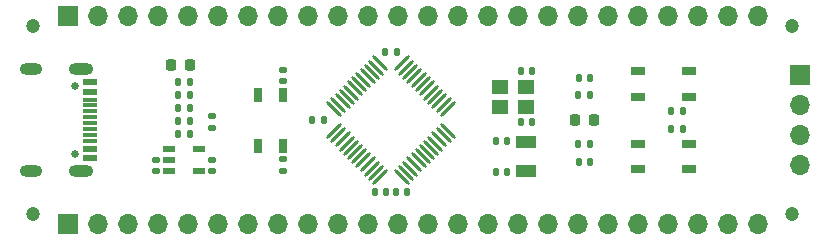
<source format=gts>
%TF.GenerationSoftware,KiCad,Pcbnew,7.0.10*%
%TF.CreationDate,2024-02-07T01:01:12+08:00*%
%TF.ProjectId,UINIO-MCU-STM32F103C8T6,55494e49-4f2d-44d4-9355-2d53544d3332,Version 3.0.0*%
%TF.SameCoordinates,PX72c1710PY5584170*%
%TF.FileFunction,Soldermask,Top*%
%TF.FilePolarity,Negative*%
%FSLAX46Y46*%
G04 Gerber Fmt 4.6, Leading zero omitted, Abs format (unit mm)*
G04 Created by KiCad (PCBNEW 7.0.10) date 2024-02-07 01:01:12*
%MOMM*%
%LPD*%
G01*
G04 APERTURE LIST*
G04 Aperture macros list*
%AMRoundRect*
0 Rectangle with rounded corners*
0 $1 Rounding radius*
0 $2 $3 $4 $5 $6 $7 $8 $9 X,Y pos of 4 corners*
0 Add a 4 corners polygon primitive as box body*
4,1,4,$2,$3,$4,$5,$6,$7,$8,$9,$2,$3,0*
0 Add four circle primitives for the rounded corners*
1,1,$1+$1,$2,$3*
1,1,$1+$1,$4,$5*
1,1,$1+$1,$6,$7*
1,1,$1+$1,$8,$9*
0 Add four rect primitives between the rounded corners*
20,1,$1+$1,$2,$3,$4,$5,0*
20,1,$1+$1,$4,$5,$6,$7,0*
20,1,$1+$1,$6,$7,$8,$9,0*
20,1,$1+$1,$8,$9,$2,$3,0*%
%AMHorizOval*
0 Thick line with rounded ends*
0 $1 width*
0 $2 $3 position (X,Y) of the first rounded end (center of the circle)*
0 $4 $5 position (X,Y) of the second rounded end (center of the circle)*
0 Add line between two ends*
20,1,$1,$2,$3,$4,$5,0*
0 Add two circle primitives to create the rounded ends*
1,1,$1,$2,$3*
1,1,$1,$4,$5*%
G04 Aperture macros list end*
%ADD10RoundRect,0.140000X0.140000X0.170000X-0.140000X0.170000X-0.140000X-0.170000X0.140000X-0.170000X0*%
%ADD11RoundRect,0.135000X0.135000X0.185000X-0.135000X0.185000X-0.135000X-0.185000X0.135000X-0.185000X0*%
%ADD12RoundRect,0.135000X-0.135000X-0.185000X0.135000X-0.185000X0.135000X0.185000X-0.135000X0.185000X0*%
%ADD13R,0.650000X1.200000*%
%ADD14R,1.800000X1.000000*%
%ADD15R,1.000000X0.600000*%
%ADD16RoundRect,0.140000X-0.140000X-0.170000X0.140000X-0.170000X0.140000X0.170000X-0.140000X0.170000X0*%
%ADD17RoundRect,0.218750X-0.218750X-0.256250X0.218750X-0.256250X0.218750X0.256250X-0.218750X0.256250X0*%
%ADD18R,1.200000X0.650000*%
%ADD19R,1.700000X1.700000*%
%ADD20O,1.700000X1.700000*%
%ADD21RoundRect,0.140000X-0.170000X0.140000X-0.170000X-0.140000X0.170000X-0.140000X0.170000X0.140000X0*%
%ADD22C,1.200000*%
%ADD23RoundRect,0.135000X0.185000X-0.135000X0.185000X0.135000X-0.185000X0.135000X-0.185000X-0.135000X0*%
%ADD24C,0.650000*%
%ADD25O,2.100000X1.000000*%
%ADD26O,1.900000X1.000000*%
%ADD27R,1.150000X0.600000*%
%ADD28R,1.150000X0.300000*%
%ADD29RoundRect,0.140000X0.170000X-0.140000X0.170000X0.140000X-0.170000X0.140000X-0.170000X-0.140000X0*%
%ADD30R,1.400000X1.200000*%
%ADD31HorizOval,0.280000X-0.537401X0.537401X0.537401X-0.537401X0*%
%ADD32HorizOval,0.280000X0.537401X0.537401X-0.537401X-0.537401X0*%
%ADD33RoundRect,0.218750X0.218750X0.256250X-0.218750X0.256250X-0.218750X-0.256250X0.218750X-0.256250X0*%
G04 APERTURE END LIST*
D10*
%TO.C,C13*%
X29780940Y-16230000D03*
X30740940Y-16230000D03*
%TD*%
D11*
%TO.C,R1*%
X12329060Y-6904468D03*
X11309060Y-6904468D03*
%TD*%
D10*
%TO.C,C7*%
X46190000Y-13727130D03*
X45230000Y-13727130D03*
%TD*%
D12*
%TO.C,R8*%
X53080000Y-9410000D03*
X54100000Y-9410000D03*
%TD*%
D13*
%TO.C,SW2*%
X20205000Y-8022130D03*
X20205000Y-12322130D03*
X18055000Y-8022130D03*
X18055000Y-12322130D03*
%TD*%
D14*
%TO.C,Y1*%
X40799060Y-12012130D03*
X40799060Y-14512130D03*
%TD*%
D15*
%TO.C,U1*%
X10529060Y-12576130D03*
X10529060Y-13526130D03*
X10529060Y-14476130D03*
X13129060Y-14476130D03*
X13129060Y-12576130D03*
%TD*%
D16*
%TO.C,C11*%
X38239060Y-11972130D03*
X39199060Y-11972130D03*
%TD*%
D17*
%TO.C,D1*%
X10751560Y-5490000D03*
X12326560Y-5490000D03*
%TD*%
D18*
%TO.C,SW3*%
X50260000Y-12182130D03*
X54560000Y-12182130D03*
X50260000Y-14332130D03*
X54560000Y-14332130D03*
%TD*%
D19*
%TO.C,J3*%
X63960000Y-6367130D03*
D20*
X63960000Y-8907130D03*
X63960000Y-11447130D03*
X63960000Y-13987130D03*
%TD*%
D21*
%TO.C,C2*%
X9429060Y-13512130D03*
X9429060Y-14472130D03*
%TD*%
D12*
%TO.C,R10*%
X45200000Y-12177130D03*
X46220000Y-12177130D03*
%TD*%
D22*
%TO.C,HOLE\u002A\u002A*%
X-920940Y-2190000D03*
%TD*%
D12*
%TO.C,R4*%
X11310000Y-11311846D03*
X12330000Y-11311846D03*
%TD*%
D22*
%TO.C,HOLE\u002A\u002A*%
X63339060Y-2190000D03*
%TD*%
%TO.C,HOLE\u002A\u002A*%
X63290000Y-18130000D03*
%TD*%
D10*
%TO.C,C4*%
X28860000Y-4360000D03*
X29820000Y-4360000D03*
%TD*%
D23*
%TO.C,R12*%
X14229060Y-10850000D03*
X14229060Y-9830000D03*
%TD*%
D16*
%TO.C,C10*%
X38239060Y-14542130D03*
X39199060Y-14542130D03*
%TD*%
D24*
%TO.C,USB1*%
X2568060Y-7282130D03*
X2568060Y-13062130D03*
D25*
X3068060Y-5847130D03*
X3068060Y-14497130D03*
D26*
X-1131940Y-5847130D03*
X-1131940Y-14497130D03*
D27*
X3830060Y-6972130D03*
X3830060Y-7772130D03*
D28*
X3830060Y-8922130D03*
X3830060Y-9922130D03*
X3830060Y-10422130D03*
X3830060Y-11422130D03*
D27*
X3830060Y-13372130D03*
X3830060Y-12572130D03*
D28*
X3830060Y-11922130D03*
X3830060Y-10922130D03*
X3830060Y-9422130D03*
X3830060Y-8422130D03*
%TD*%
D29*
%TO.C,C5*%
X14230000Y-14472130D03*
X14230000Y-13512130D03*
%TD*%
D11*
%TO.C,R9*%
X54100000Y-10940000D03*
X53080000Y-10940000D03*
%TD*%
D30*
%TO.C,Y2*%
X40759060Y-7332130D03*
X38559060Y-7332130D03*
X38559060Y-9032130D03*
X40759060Y-9032130D03*
%TD*%
D12*
%TO.C,R5*%
X45200000Y-8077130D03*
X46220000Y-8077130D03*
%TD*%
D16*
%TO.C,C6*%
X28920000Y-16230000D03*
X27960000Y-16230000D03*
%TD*%
D31*
%TO.C,U2*%
X30268299Y-14975456D03*
X30621852Y-14621903D03*
X30975406Y-14268349D03*
X31328959Y-13914796D03*
X31682512Y-13561243D03*
X32036066Y-13207689D03*
X32389619Y-12854136D03*
X32743173Y-12500582D03*
X33096726Y-12147029D03*
X33450279Y-11793476D03*
X33803833Y-11439922D03*
X34157386Y-11086369D03*
D32*
X34157386Y-9247891D03*
X33803833Y-8894338D03*
X33450279Y-8540784D03*
X33096726Y-8187231D03*
X32743173Y-7833678D03*
X32389619Y-7480124D03*
X32036066Y-7126571D03*
X31682512Y-6773017D03*
X31328959Y-6419464D03*
X30975406Y-6065911D03*
X30621852Y-5712357D03*
X30268299Y-5358804D03*
D31*
X28429821Y-5358804D03*
X28076268Y-5712357D03*
X27722714Y-6065911D03*
X27369161Y-6419464D03*
X27015608Y-6773017D03*
X26662054Y-7126571D03*
X26308501Y-7480124D03*
X25954947Y-7833678D03*
X25601394Y-8187231D03*
X25247841Y-8540784D03*
X24894287Y-8894338D03*
X24540734Y-9247891D03*
D32*
X24540734Y-11086369D03*
X24894287Y-11439922D03*
X25247841Y-11793476D03*
X25601394Y-12147029D03*
X25954947Y-12500582D03*
X26308501Y-12854136D03*
X26662054Y-13207689D03*
X27015608Y-13561243D03*
X27369161Y-13914796D03*
X27722714Y-14268349D03*
X28076268Y-14621903D03*
X28429821Y-14975456D03*
%TD*%
D10*
%TO.C,C8*%
X41329060Y-10342130D03*
X40369060Y-10342130D03*
%TD*%
D22*
%TO.C,HOLE\u002A\u002A*%
X-970000Y-18130000D03*
%TD*%
D12*
%TO.C,R3*%
X11310000Y-9108156D03*
X12330000Y-9108156D03*
%TD*%
%TO.C,R2*%
X11310000Y-10210000D03*
X12330000Y-10210000D03*
%TD*%
D10*
%TO.C,C1*%
X46190000Y-6577130D03*
X45230000Y-6577130D03*
%TD*%
D33*
%TO.C,L1*%
X46497500Y-10177130D03*
X44922500Y-10177130D03*
%TD*%
D29*
%TO.C,C9*%
X20210000Y-6860000D03*
X20210000Y-5900000D03*
%TD*%
D12*
%TO.C,R11*%
X11310000Y-8006312D03*
X12330000Y-8006312D03*
%TD*%
D16*
%TO.C,C3*%
X22699060Y-10132130D03*
X23659060Y-10132130D03*
%TD*%
D23*
%TO.C,R6*%
X20210000Y-14490000D03*
X20210000Y-13470000D03*
%TD*%
D10*
%TO.C,C12*%
X41329060Y-6022130D03*
X40369060Y-6022130D03*
%TD*%
D18*
%TO.C,SW1*%
X54550000Y-8172130D03*
X50250000Y-8172130D03*
X54550000Y-6022130D03*
X50250000Y-6022130D03*
%TD*%
D19*
%TO.C,J1*%
X1999060Y-1342130D03*
D20*
X4539060Y-1342130D03*
X7079060Y-1342130D03*
X9619060Y-1342130D03*
X12159060Y-1342130D03*
X14699060Y-1342130D03*
X17239060Y-1342130D03*
X19779060Y-1342130D03*
X22319060Y-1342130D03*
X24859060Y-1342130D03*
X27399060Y-1342130D03*
X29939060Y-1342130D03*
X32479060Y-1342130D03*
X35019060Y-1342130D03*
X37559060Y-1342130D03*
X40099060Y-1342130D03*
X42639060Y-1342130D03*
X45179060Y-1342130D03*
X47719060Y-1342130D03*
X50259060Y-1342130D03*
X52799060Y-1342130D03*
X55339060Y-1342130D03*
X57879060Y-1342130D03*
X60419060Y-1342130D03*
%TD*%
D19*
%TO.C,J2*%
X1999060Y-18982130D03*
D20*
X4539060Y-18982130D03*
X7079060Y-18982130D03*
X9619060Y-18982130D03*
X12159060Y-18982130D03*
X14699060Y-18982130D03*
X17239060Y-18982130D03*
X19779060Y-18982130D03*
X22319060Y-18982130D03*
X24859060Y-18982130D03*
X27399060Y-18982130D03*
X29939060Y-18982130D03*
X32479060Y-18982130D03*
X35019060Y-18982130D03*
X37559060Y-18982130D03*
X40099060Y-18982130D03*
X42639060Y-18982130D03*
X45179060Y-18982130D03*
X47719060Y-18982130D03*
X50259060Y-18982130D03*
X52799060Y-18982130D03*
X55339060Y-18982130D03*
X57879060Y-18982130D03*
X60419060Y-18982130D03*
%TD*%
M02*

</source>
